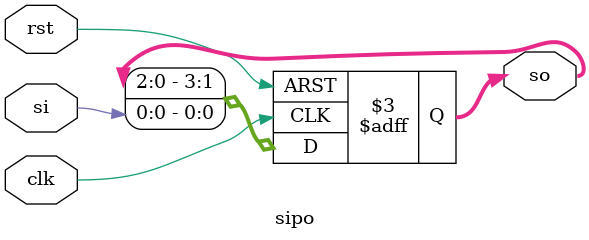
<source format=v>
module sipo(si,so,clk,rst);
input si,clk,rst;
output reg [3:0] so;
always @ (posedge clk or negedge rst)
begin
    if (rst==0)
        so=4'b0000;
    else
    begin
        so[0]<=si;
        so[1]<=so[0];
        so[2]<=so[1];
        so[3]<=so[2];
    end
end
endmodule
</source>
